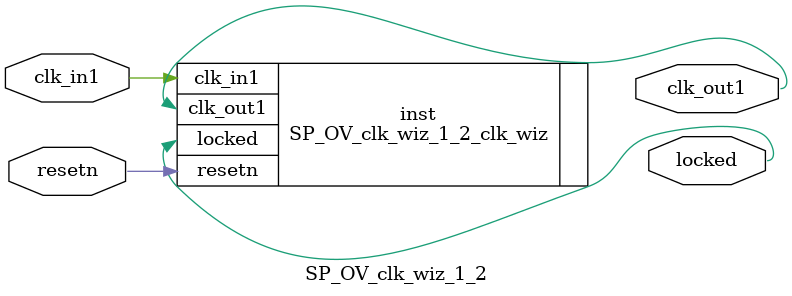
<source format=v>


`timescale 1ps/1ps

(* CORE_GENERATION_INFO = "SP_OV_clk_wiz_1_2,clk_wiz_v6_0_3_0_0,{component_name=SP_OV_clk_wiz_1_2,use_phase_alignment=true,use_min_o_jitter=false,use_max_i_jitter=false,use_dyn_phase_shift=false,use_inclk_switchover=false,use_dyn_reconfig=false,enable_axi=0,feedback_source=FDBK_AUTO,PRIMITIVE=MMCM,num_out_clk=1,clkin1_period=10.000,clkin2_period=10.000,use_power_down=false,use_reset=true,use_locked=true,use_inclk_stopped=false,feedback_type=SINGLE,CLOCK_MGR_TYPE=NA,manual_override=false}" *)

module SP_OV_clk_wiz_1_2 
 (
  // Clock out ports
  output        clk_out1,
  // Status and control signals
  input         resetn,
  output        locked,
 // Clock in ports
  input         clk_in1
 );

  SP_OV_clk_wiz_1_2_clk_wiz inst
  (
  // Clock out ports  
  .clk_out1(clk_out1),
  // Status and control signals               
  .resetn(resetn), 
  .locked(locked),
 // Clock in ports
  .clk_in1(clk_in1)
  );

endmodule

</source>
